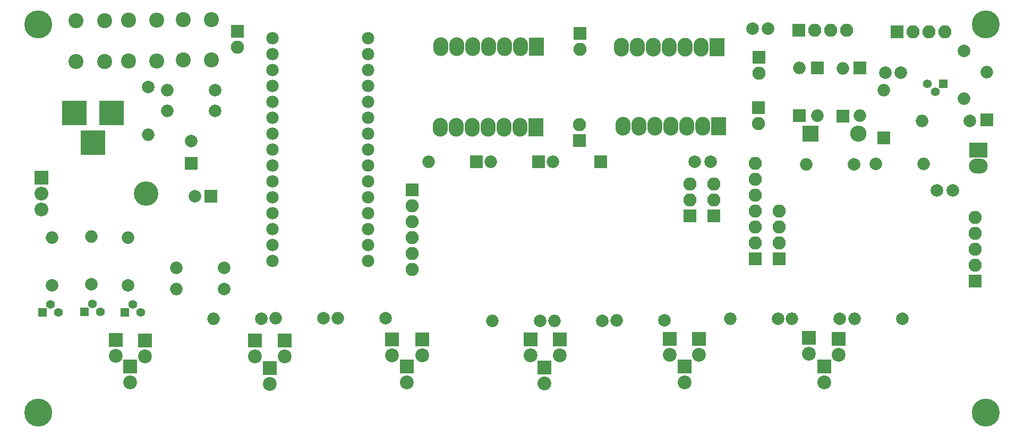
<source format=gbr>
G04 #@! TF.FileFunction,Soldermask,Bot*
%FSLAX46Y46*%
G04 Gerber Fmt 4.6, Leading zero omitted, Abs format (unit mm)*
G04 Created by KiCad (PCBNEW 4.0.7) date 03/27/20 15:31:12*
%MOMM*%
%LPD*%
G01*
G04 APERTURE LIST*
%ADD10C,0.100000*%
%ADD11R,2.000000X2.000000*%
%ADD12O,2.000000X2.000000*%
%ADD13R,2.100000X2.100000*%
%ADD14O,2.100000X2.100000*%
%ADD15C,2.000000*%
%ADD16R,2.400000X3.000000*%
%ADD17O,2.400000X3.000000*%
%ADD18C,4.464000*%
%ADD19C,1.974800*%
%ADD20R,2.600000X2.600000*%
%ADD21O,2.600000X2.600000*%
%ADD22R,3.900000X3.900000*%
%ADD23O,3.900000X3.900000*%
%ADD24R,2.200000X2.200000*%
%ADD25O,2.200000X2.200000*%
%ADD26C,2.200000*%
%ADD27C,1.400000*%
%ADD28R,1.400000X1.400000*%
%ADD29C,2.400000*%
%ADD30R,3.000000X2.400000*%
%ADD31O,3.000000X2.400000*%
G04 APERTURE END LIST*
D10*
D11*
X245975000Y-58550000D03*
D12*
X245975000Y-66170000D03*
D11*
X243225000Y-66250000D03*
D12*
X243225000Y-58630000D03*
D13*
X236220000Y-52540000D03*
D14*
X238760000Y-52540000D03*
X241300000Y-52540000D03*
X243840000Y-52540000D03*
D13*
X233076000Y-89018000D03*
D14*
X233076000Y-86478000D03*
X233076000Y-83938000D03*
X233076000Y-81398000D03*
D11*
X139350000Y-73778000D03*
D15*
X139350000Y-70278000D03*
D11*
X142490000Y-79020000D03*
D15*
X139990000Y-79020000D03*
D16*
X194410000Y-55210000D03*
D17*
X191870000Y-55210000D03*
X189330000Y-55210000D03*
X186790000Y-55210000D03*
X184250000Y-55210000D03*
X181710000Y-55210000D03*
X179170000Y-55210000D03*
D18*
X266000000Y-51600000D03*
X115000000Y-113600000D03*
X266000000Y-113600000D03*
X115000000Y-51600000D03*
D15*
X222154000Y-73524000D03*
X219654000Y-73524000D03*
X250010000Y-59320000D03*
X252510000Y-59320000D03*
X260750000Y-78100000D03*
X258250000Y-78100000D03*
D11*
X236325000Y-66225000D03*
D12*
X236325000Y-58605000D03*
D11*
X239150000Y-58550000D03*
D12*
X239150000Y-66170000D03*
D11*
X249730000Y-69740000D03*
D12*
X249730000Y-62120000D03*
D13*
X251920000Y-52770000D03*
D14*
X254460000Y-52770000D03*
X257000000Y-52770000D03*
X259540000Y-52770000D03*
D13*
X174550000Y-78050000D03*
D14*
X174550000Y-80590000D03*
X174550000Y-83130000D03*
X174550000Y-85670000D03*
X174550000Y-88210000D03*
X174550000Y-90750000D03*
D13*
X264300000Y-92600000D03*
D14*
X264300000Y-90060000D03*
X264300000Y-87520000D03*
X264300000Y-84980000D03*
X264300000Y-82440000D03*
D13*
X146700000Y-52700000D03*
D14*
X146700000Y-55240000D03*
D15*
X248500000Y-73870000D03*
D12*
X256120000Y-73870000D03*
D15*
X245060000Y-74010000D03*
D12*
X237440000Y-74010000D03*
D19*
X152280000Y-89380000D03*
X167520000Y-89380000D03*
X152280000Y-86840000D03*
X167520000Y-86840000D03*
X152280000Y-84300000D03*
X167520000Y-84300000D03*
X152280000Y-81760000D03*
X167520000Y-81760000D03*
X152280000Y-79220000D03*
X167520000Y-79220000D03*
X152280000Y-76680000D03*
X167520000Y-76680000D03*
X152280000Y-74140000D03*
X167520000Y-74140000D03*
X152280000Y-71600000D03*
X167520000Y-71600000D03*
X152280000Y-69060000D03*
X167520000Y-69060000D03*
X152280000Y-66520000D03*
X167520000Y-66520000D03*
X152280000Y-63980000D03*
X167520000Y-63980000D03*
X152280000Y-61440000D03*
X167520000Y-61440000D03*
X152280000Y-58900000D03*
X167520000Y-58900000D03*
X152280000Y-56360000D03*
X167520000Y-56360000D03*
X152280000Y-53820000D03*
X167520000Y-53820000D03*
D20*
X238050000Y-69075000D03*
D21*
X245670000Y-69075000D03*
D22*
X126700000Y-65800000D03*
X120700000Y-65800000D03*
X123700000Y-70500000D03*
D23*
X132134000Y-78604000D03*
D24*
X115474000Y-76064000D03*
D25*
X115474000Y-78604000D03*
X115474000Y-81144000D03*
D16*
X223180000Y-55240000D03*
D17*
X220640000Y-55240000D03*
X218100000Y-55240000D03*
X215560000Y-55240000D03*
X213020000Y-55240000D03*
X210480000Y-55240000D03*
X207940000Y-55240000D03*
D16*
X223410000Y-67840000D03*
D17*
X220870000Y-67840000D03*
X218330000Y-67840000D03*
X215790000Y-67840000D03*
X213250000Y-67840000D03*
X210710000Y-67840000D03*
X208170000Y-67840000D03*
D16*
X194290000Y-68060000D03*
D17*
X191750000Y-68060000D03*
X189210000Y-68060000D03*
X186670000Y-68060000D03*
X184130000Y-68060000D03*
X181590000Y-68060000D03*
X179050000Y-68060000D03*
D13*
X201360000Y-53040000D03*
D14*
X201360000Y-55580000D03*
D13*
X229830000Y-56890000D03*
D14*
X229830000Y-59430000D03*
D13*
X229774000Y-64888000D03*
D14*
X229774000Y-67428000D03*
D13*
X201280000Y-70190000D03*
D14*
X201280000Y-67650000D03*
D15*
X231340000Y-52280000D03*
X228840000Y-52280000D03*
X144625000Y-93875000D03*
D12*
X137005000Y-93875000D03*
D15*
X144625000Y-90525000D03*
D12*
X137005000Y-90525000D03*
D24*
X193450000Y-101950000D03*
D26*
X193450000Y-104490000D03*
D24*
X171400000Y-101950000D03*
D26*
X171400000Y-104490000D03*
D24*
X237800000Y-101700000D03*
D26*
X237800000Y-104240000D03*
D24*
X215650000Y-101800000D03*
D26*
X215650000Y-104340000D03*
D24*
X149500000Y-102100000D03*
D26*
X149500000Y-104640000D03*
D24*
X127300000Y-102000000D03*
D26*
X127300000Y-104540000D03*
D24*
X198100000Y-101950000D03*
D26*
X198100000Y-104490000D03*
D24*
X176200000Y-101950000D03*
D26*
X176200000Y-104490000D03*
D24*
X154300000Y-102100000D03*
D26*
X154300000Y-104640000D03*
D24*
X132000000Y-102100000D03*
D26*
X132000000Y-104640000D03*
D24*
X242600000Y-101800000D03*
D26*
X242600000Y-104340000D03*
D24*
X220300000Y-101800000D03*
D26*
X220300000Y-104340000D03*
D24*
X240250000Y-106250000D03*
D26*
X240250000Y-108790000D03*
D24*
X218000000Y-106200000D03*
D26*
X218000000Y-108740000D03*
D24*
X151900000Y-106500000D03*
D26*
X151900000Y-109040000D03*
D24*
X129600000Y-106200000D03*
D26*
X129600000Y-108740000D03*
D24*
X195700000Y-106400000D03*
D26*
X195700000Y-108940000D03*
D24*
X173750000Y-106250000D03*
D26*
X173750000Y-108790000D03*
D27*
X116940000Y-96340000D03*
X118210000Y-97610000D03*
D28*
X115670000Y-97610000D03*
D27*
X123610000Y-96270000D03*
X124880000Y-97540000D03*
D28*
X122340000Y-97540000D03*
D27*
X130050000Y-96340000D03*
X131320000Y-97610000D03*
D28*
X128780000Y-97610000D03*
D15*
X117160000Y-93310000D03*
D12*
X117160000Y-85690000D03*
D15*
X194975000Y-98950000D03*
D12*
X187355000Y-98950000D03*
D15*
X232950000Y-98650000D03*
D12*
X225330000Y-98650000D03*
D15*
X123480000Y-93080000D03*
D12*
X123480000Y-85460000D03*
D15*
X150510000Y-98600000D03*
D12*
X142890000Y-98600000D03*
D15*
X204900000Y-98975000D03*
D12*
X197280000Y-98975000D03*
D15*
X160460000Y-98570000D03*
D12*
X152840000Y-98570000D03*
D15*
X129270000Y-93310000D03*
D12*
X129270000Y-85690000D03*
D15*
X242775000Y-98600000D03*
D12*
X235155000Y-98600000D03*
D15*
X252725000Y-98650000D03*
D12*
X245105000Y-98650000D03*
D15*
X170380000Y-98490000D03*
D12*
X162760000Y-98490000D03*
D15*
X214800000Y-98900000D03*
D12*
X207180000Y-98900000D03*
D15*
X132492000Y-61586000D03*
D12*
X132492000Y-69206000D03*
D15*
X143160000Y-65396000D03*
D12*
X135540000Y-65396000D03*
D15*
X143160000Y-62094000D03*
D12*
X135540000Y-62094000D03*
D29*
X138110000Y-50830000D03*
X142610000Y-50830000D03*
X138110000Y-57330000D03*
X142610000Y-57330000D03*
X129380000Y-50940000D03*
X133880000Y-50940000D03*
X129380000Y-57440000D03*
X133880000Y-57440000D03*
X121030000Y-51030000D03*
X125530000Y-51030000D03*
X121030000Y-57530000D03*
X125530000Y-57530000D03*
D11*
X184816000Y-73524000D03*
D12*
X177196000Y-73524000D03*
D11*
X194722000Y-73524000D03*
D12*
X187102000Y-73524000D03*
D11*
X204628000Y-73524000D03*
D12*
X197008000Y-73524000D03*
D13*
X229266000Y-89018000D03*
D14*
X229266000Y-86478000D03*
X229266000Y-83938000D03*
X229266000Y-81398000D03*
X229266000Y-78858000D03*
X229266000Y-76318000D03*
X229266000Y-73778000D03*
D13*
X218852000Y-82160000D03*
D14*
X218852000Y-79620000D03*
X218852000Y-77080000D03*
D13*
X222662000Y-82160000D03*
D14*
X222662000Y-79620000D03*
X222662000Y-77080000D03*
D11*
X266150000Y-66825000D03*
D12*
X266150000Y-59205000D03*
D30*
X264825000Y-71700000D03*
D31*
X264825000Y-74240000D03*
D27*
X257968000Y-62348000D03*
X256698000Y-61078000D03*
D28*
X259238000Y-61078000D03*
D15*
X262550000Y-55820000D03*
D12*
X262550000Y-63440000D03*
D15*
X263450000Y-67060000D03*
D12*
X255830000Y-67060000D03*
M02*

</source>
